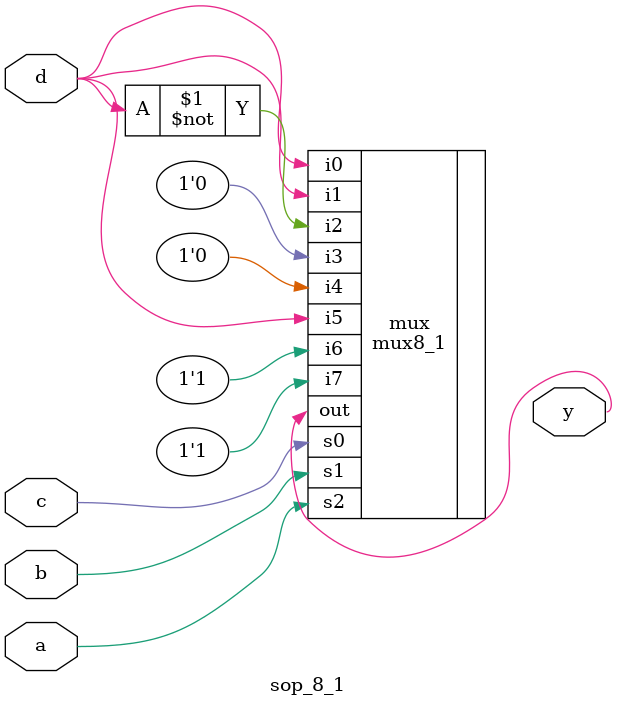
<source format=v>
`timescale 1ns / 1ps


module sop_8_1(input a,b,c,d,output y);
mux8_1 mux(.s0(c),
           .s1(b),
           .s2(a),
           .i0(d),
           .i1(d),
           .i2(~d),
           .i3(1'b0),
           .i4(1'b0),
           .i5(d),
           .i6(1'b1),
           .i7(1'b1),
           .out(y));
endmodule

</source>
